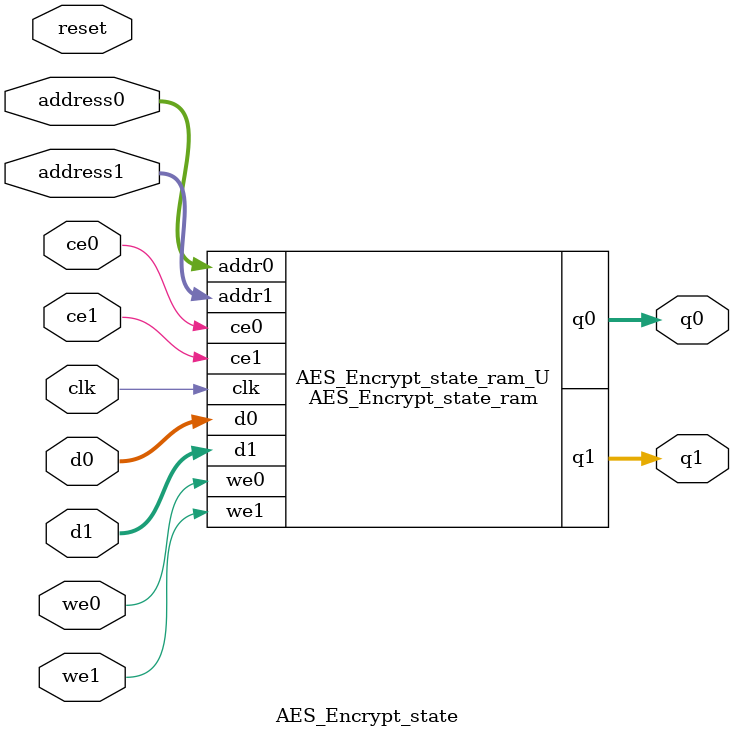
<source format=v>

`timescale 1 ns / 1 ps
module AES_Encrypt_state_ram (addr0, ce0, d0, we0, q0, addr1, ce1, d1, we1, q1,  clk);

parameter DWIDTH = 8;
parameter AWIDTH = 4;
parameter MEM_SIZE = 16;

input[AWIDTH-1:0] addr0;
input ce0;
input[DWIDTH-1:0] d0;
input we0;
output reg[DWIDTH-1:0] q0;
input[AWIDTH-1:0] addr1;
input ce1;
input[DWIDTH-1:0] d1;
input we1;
output reg[DWIDTH-1:0] q1;
input clk;

(* ram_style = "block" *)reg [DWIDTH-1:0] ram[0:MEM_SIZE-1];




always @(posedge clk)  
begin 
    if (ce0) 
    begin
        if (we0) 
        begin 
            ram[addr0] <= d0; 
            q0 <= d0;
        end 
        else 
            q0 <= ram[addr0];
    end
end


always @(posedge clk)  
begin 
    if (ce1) 
    begin
        if (we1) 
        begin 
            ram[addr1] <= d1; 
            q1 <= d1;
        end 
        else 
            q1 <= ram[addr1];
    end
end


endmodule


`timescale 1 ns / 1 ps
module AES_Encrypt_state(
    reset,
    clk,
    address0,
    ce0,
    we0,
    d0,
    q0,
    address1,
    ce1,
    we1,
    d1,
    q1);

parameter DataWidth = 32'd8;
parameter AddressRange = 32'd16;
parameter AddressWidth = 32'd4;
input reset;
input clk;
input[AddressWidth - 1:0] address0;
input ce0;
input we0;
input[DataWidth - 1:0] d0;
output[DataWidth - 1:0] q0;
input[AddressWidth - 1:0] address1;
input ce1;
input we1;
input[DataWidth - 1:0] d1;
output[DataWidth - 1:0] q1;



AES_Encrypt_state_ram AES_Encrypt_state_ram_U(
    .clk( clk ),
    .addr0( address0 ),
    .ce0( ce0 ),
    .d0( d0 ),
    .we0( we0 ),
    .q0( q0 ),
    .addr1( address1 ),
    .ce1( ce1 ),
    .d1( d1 ),
    .we1( we1 ),
    .q1( q1 ));

endmodule


</source>
